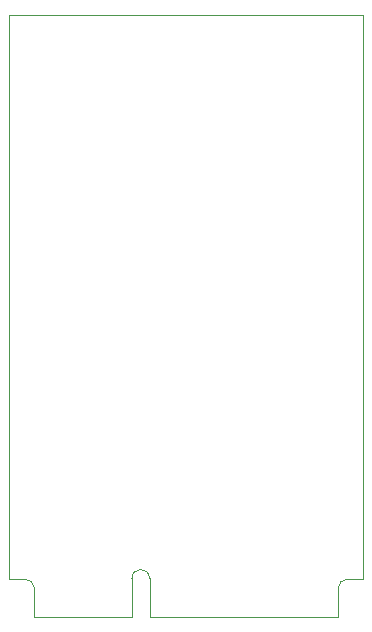
<source format=gbr>
%TF.GenerationSoftware,Altium Limited,Altium Designer,22.1.2 (22)*%
G04 Layer_Color=0*
%FSLAX26Y26*%
%MOIN*%
%TF.SameCoordinates,E27AF617-6D1A-405A-B533-5A9FBCB34AAC*%
%TF.FilePolarity,Positive*%
%TF.FileFunction,Profile,NP*%
%TF.Part,Single*%
G01*
G75*
%TA.AperFunction,Profile*%
%ADD51C,0.001000*%
D51*
X-505906Y0D02*
Y94488D01*
D02*
G03*
X-537402Y125984I-31496J0D01*
G01*
X-590551D01*
Y2005906D01*
X590551D01*
Y125984D01*
X537402D01*
D02*
G03*
X505906Y94488I0J-31496D01*
G01*
Y0D01*
X-122047D01*
X-122047Y127953D01*
D02*
G03*
X-181102Y127953I-29528J0D01*
G01*
Y0D01*
X-505906D01*
%TF.MD5,f654e90b2fb58dd4b67182049f69db6f*%
M02*

</source>
